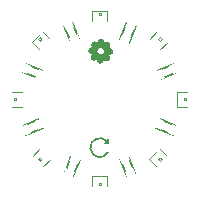
<source format=gto>
G04 #@! TF.FileFunction,Legend,Top*
%FSLAX46Y46*%
G04 Gerber Fmt 4.6, Leading zero omitted, Abs format (unit mm)*
G04 Created by KiCad (PCBNEW (2016-04-07 BZR 6673, Git 973786d)-product) date Fri 08 Apr 2016 06:49:24 PM CEST*
%MOMM*%
G01*
G04 APERTURE LIST*
%ADD10C,0.150000*%
%ADD11C,0.200000*%
%ADD12C,0.100000*%
%ADD13C,0.002540*%
%ADD14C,2.000000*%
%ADD15C,0.850000*%
%ADD16R,1.500000X1.200000*%
%ADD17R,1.200000X1.500000*%
G04 APERTURE END LIST*
D10*
D11*
X75700000Y-65700000D02*
X75700000Y-65400000D01*
X75700000Y-65700000D02*
X75400000Y-65700000D01*
X75615291Y-65579023D02*
G75*
G03X75700000Y-66500000I-615291J-520977D01*
G01*
X72668279Y-55479641D02*
X73251489Y-56887633D01*
X73251489Y-56887633D02*
X72547492Y-57179238D01*
X72547492Y-57179238D02*
X71964283Y-55771246D01*
X71964283Y-55771246D02*
X72668279Y-55479641D01*
X68776986Y-59030425D02*
X70184978Y-59613634D01*
X70184978Y-59613634D02*
X69893374Y-60317630D01*
X69893374Y-60317630D02*
X68485381Y-59734421D01*
X68485381Y-59734421D02*
X68776986Y-59030425D01*
X68469641Y-64301721D02*
X69877633Y-63718511D01*
X69877633Y-63718511D02*
X70169238Y-64422508D01*
X70169238Y-64422508D02*
X68761246Y-65005717D01*
X68761246Y-65005717D02*
X68469641Y-64301721D01*
X72010425Y-68253014D02*
X72593634Y-66845022D01*
X72593634Y-66845022D02*
X73297630Y-67136626D01*
X73297630Y-67136626D02*
X72714421Y-68544619D01*
X72714421Y-68544619D02*
X72010425Y-68253014D01*
X77281721Y-68510359D02*
X76698511Y-67102367D01*
X76698511Y-67102367D02*
X77402508Y-66810762D01*
X77402508Y-66810762D02*
X77985717Y-68218754D01*
X77985717Y-68218754D02*
X77281721Y-68510359D01*
X81183014Y-64999575D02*
X79775022Y-64416366D01*
X79775022Y-64416366D02*
X80066626Y-63712370D01*
X80066626Y-63712370D02*
X81474619Y-64295579D01*
X81474619Y-64295579D02*
X81183014Y-64999575D01*
X78019575Y-55796986D02*
X77436366Y-57204978D01*
X77436366Y-57204978D02*
X76732370Y-56913374D01*
X76732370Y-56913374D02*
X77315579Y-55505381D01*
X77315579Y-55505381D02*
X78019575Y-55796986D01*
X81570359Y-59728279D02*
X80162367Y-60311489D01*
X80162367Y-60311489D02*
X79870762Y-59607492D01*
X79870762Y-59607492D02*
X81278754Y-59024283D01*
X81278754Y-59024283D02*
X81570359Y-59728279D01*
D12*
X79154505Y-67038388D02*
X79861612Y-67745495D01*
X80038388Y-66154505D02*
X80745495Y-66861612D01*
X80745495Y-66861612D02*
X81099049Y-67215165D01*
X80215165Y-68099049D02*
X79861612Y-67745495D01*
X79684835Y-65800951D02*
X80038388Y-66154505D01*
X78800951Y-66684835D02*
X79154505Y-67038388D01*
X80038388Y-66154505D02*
X79154505Y-67038388D01*
X79861612Y-67745495D02*
X80745495Y-66861612D01*
X81099049Y-67215165D02*
X80904594Y-67409619D01*
X80409619Y-67904594D02*
X80215165Y-68099049D01*
X78800951Y-66684835D02*
X78995406Y-66490381D01*
X79684835Y-65800951D02*
X79490381Y-65995406D01*
X80090757Y-66950665D02*
X79950665Y-67090757D01*
X79950665Y-67090757D02*
X80090757Y-67230849D01*
X80230849Y-67090757D02*
X80090757Y-67230849D01*
X80090757Y-66950665D02*
X80230849Y-67090757D01*
X80901907Y-67409789D02*
G75*
G03X80409789Y-67901907I-246059J-246059D01*
G01*
X78998093Y-66490211D02*
G75*
G03X79490211Y-65998093I246059J246059D01*
G01*
X74375000Y-68500000D02*
X74375000Y-69500000D01*
X75625000Y-68500000D02*
X75625000Y-69500000D01*
X75625000Y-69500000D02*
X75625000Y-70000000D01*
X74375000Y-70000000D02*
X74375000Y-69500000D01*
X75625000Y-68000000D02*
X75625000Y-68500000D01*
X74375000Y-68000000D02*
X74375000Y-68500000D01*
X75625000Y-68500000D02*
X74375000Y-68500000D01*
X74375000Y-69500000D02*
X75625000Y-69500000D01*
X75625000Y-70000000D02*
X75350000Y-70000000D01*
X74650000Y-70000000D02*
X74375000Y-70000000D01*
X74375000Y-68000000D02*
X74650000Y-68000000D01*
X75625000Y-68000000D02*
X75350000Y-68000000D01*
X75099060Y-69100000D02*
X74900940Y-69100000D01*
X74900940Y-69100000D02*
X74900940Y-69298120D01*
X75099060Y-69298120D02*
X74900940Y-69298120D01*
X75099060Y-69100000D02*
X75099060Y-69298120D01*
X75347980Y-69998220D02*
G75*
G03X74652020Y-69998220I-347980J0D01*
G01*
X74652020Y-68001780D02*
G75*
G03X75347980Y-68001780I347980J0D01*
G01*
X69961612Y-66154505D02*
X69254505Y-66861612D01*
X70845495Y-67038388D02*
X70138388Y-67745495D01*
X70138388Y-67745495D02*
X69784835Y-68099049D01*
X68900951Y-67215165D02*
X69254505Y-66861612D01*
X71199049Y-66684835D02*
X70845495Y-67038388D01*
X70315165Y-65800951D02*
X69961612Y-66154505D01*
X70845495Y-67038388D02*
X69961612Y-66154505D01*
X69254505Y-66861612D02*
X70138388Y-67745495D01*
X69784835Y-68099049D02*
X69590381Y-67904594D01*
X69095406Y-67409619D02*
X68900951Y-67215165D01*
X70315165Y-65800951D02*
X70509619Y-65995406D01*
X71199049Y-66684835D02*
X71004594Y-66490381D01*
X70049335Y-67090757D02*
X69909243Y-66950665D01*
X69909243Y-66950665D02*
X69769151Y-67090757D01*
X69909243Y-67230849D02*
X69769151Y-67090757D01*
X70049335Y-67090757D02*
X69909243Y-67230849D01*
X69590211Y-67901907D02*
G75*
G03X69098093Y-67409789I-246059J246059D01*
G01*
X70509789Y-65998093D02*
G75*
G03X71001907Y-66490211I246059J-246059D01*
G01*
X68500000Y-61375000D02*
X67500000Y-61375000D01*
X68500000Y-62625000D02*
X67500000Y-62625000D01*
X67500000Y-62625000D02*
X67000000Y-62625000D01*
X67000000Y-61375000D02*
X67500000Y-61375000D01*
X69000000Y-62625000D02*
X68500000Y-62625000D01*
X69000000Y-61375000D02*
X68500000Y-61375000D01*
X68500000Y-62625000D02*
X68500000Y-61375000D01*
X67500000Y-61375000D02*
X67500000Y-62625000D01*
X67000000Y-62625000D02*
X67000000Y-62350000D01*
X67000000Y-61650000D02*
X67000000Y-61375000D01*
X69000000Y-61375000D02*
X69000000Y-61650000D01*
X69000000Y-62625000D02*
X69000000Y-62350000D01*
X67900000Y-62099060D02*
X67900000Y-61900940D01*
X67900000Y-61900940D02*
X67701880Y-61900940D01*
X67701880Y-62099060D02*
X67701880Y-61900940D01*
X67900000Y-62099060D02*
X67701880Y-62099060D01*
X67001780Y-62347980D02*
G75*
G03X67001780Y-61652020I0J347980D01*
G01*
X68998220Y-61652020D02*
G75*
G03X68998220Y-62347980I0J-347980D01*
G01*
X70845495Y-56961612D02*
X70138388Y-56254505D01*
X69961612Y-57845495D02*
X69254505Y-57138388D01*
X69254505Y-57138388D02*
X68900951Y-56784835D01*
X69784835Y-55900951D02*
X70138388Y-56254505D01*
X70315165Y-58199049D02*
X69961612Y-57845495D01*
X71199049Y-57315165D02*
X70845495Y-56961612D01*
X69961612Y-57845495D02*
X70845495Y-56961612D01*
X70138388Y-56254505D02*
X69254505Y-57138388D01*
X68900951Y-56784835D02*
X69095406Y-56590381D01*
X69590381Y-56095406D02*
X69784835Y-55900951D01*
X71199049Y-57315165D02*
X71004594Y-57509619D01*
X70315165Y-58199049D02*
X70509619Y-58004594D01*
X69909243Y-57049335D02*
X70049335Y-56909243D01*
X70049335Y-56909243D02*
X69909243Y-56769151D01*
X69769151Y-56909243D02*
X69909243Y-56769151D01*
X69909243Y-57049335D02*
X69769151Y-56909243D01*
X69098093Y-56590211D02*
G75*
G03X69590211Y-56098093I246059J246059D01*
G01*
X71001907Y-57509789D02*
G75*
G03X70509789Y-58001907I-246059J-246059D01*
G01*
X81500000Y-62625000D02*
X82500000Y-62625000D01*
X81500000Y-61375000D02*
X82500000Y-61375000D01*
X82500000Y-61375000D02*
X83000000Y-61375000D01*
X83000000Y-62625000D02*
X82500000Y-62625000D01*
X81000000Y-61375000D02*
X81500000Y-61375000D01*
X81000000Y-62625000D02*
X81500000Y-62625000D01*
X81500000Y-61375000D02*
X81500000Y-62625000D01*
X82500000Y-62625000D02*
X82500000Y-61375000D01*
X83000000Y-61375000D02*
X83000000Y-61650000D01*
X83000000Y-62350000D02*
X83000000Y-62625000D01*
X81000000Y-62625000D02*
X81000000Y-62350000D01*
X81000000Y-61375000D02*
X81000000Y-61650000D01*
X82100000Y-61900940D02*
X82100000Y-62099060D01*
X82100000Y-62099060D02*
X82298120Y-62099060D01*
X82298120Y-61900940D02*
X82298120Y-62099060D01*
X82100000Y-61900940D02*
X82298120Y-61900940D01*
X82998220Y-61652020D02*
G75*
G03X82998220Y-62347980I0J-347980D01*
G01*
X81001780Y-62347980D02*
G75*
G03X81001780Y-61652020I0J347980D01*
G01*
X80038388Y-57845495D02*
X80745495Y-57138388D01*
X79154505Y-56961612D02*
X79861612Y-56254505D01*
X79861612Y-56254505D02*
X80215165Y-55900951D01*
X81099049Y-56784835D02*
X80745495Y-57138388D01*
X78800951Y-57315165D02*
X79154505Y-56961612D01*
X79684835Y-58199049D02*
X80038388Y-57845495D01*
X79154505Y-56961612D02*
X80038388Y-57845495D01*
X80745495Y-57138388D02*
X79861612Y-56254505D01*
X80215165Y-55900951D02*
X80409619Y-56095406D01*
X80904594Y-56590381D02*
X81099049Y-56784835D01*
X79684835Y-58199049D02*
X79490381Y-58004594D01*
X78800951Y-57315165D02*
X78995406Y-57509619D01*
X79950665Y-56909243D02*
X80090757Y-57049335D01*
X80090757Y-57049335D02*
X80230849Y-56909243D01*
X80090757Y-56769151D02*
X80230849Y-56909243D01*
X79950665Y-56909243D02*
X80090757Y-56769151D01*
X80409789Y-56098093D02*
G75*
G03X80901907Y-56590211I246059J-246059D01*
G01*
X79490211Y-58001907D02*
G75*
G03X78998093Y-57509789I-246059J246059D01*
G01*
X75625000Y-55500000D02*
X75625000Y-54500000D01*
X74375000Y-55500000D02*
X74375000Y-54500000D01*
X74375000Y-54500000D02*
X74375000Y-54000000D01*
X75625000Y-54000000D02*
X75625000Y-54500000D01*
X74375000Y-56000000D02*
X74375000Y-55500000D01*
X75625000Y-56000000D02*
X75625000Y-55500000D01*
X74375000Y-55500000D02*
X75625000Y-55500000D01*
X75625000Y-54500000D02*
X74375000Y-54500000D01*
X74375000Y-54000000D02*
X74650000Y-54000000D01*
X75350000Y-54000000D02*
X75625000Y-54000000D01*
X75625000Y-56000000D02*
X75350000Y-56000000D01*
X74375000Y-56000000D02*
X74650000Y-56000000D01*
X74900940Y-54900000D02*
X75099060Y-54900000D01*
X75099060Y-54900000D02*
X75099060Y-54701880D01*
X74900940Y-54701880D02*
X75099060Y-54701880D01*
X74900940Y-54900000D02*
X74900940Y-54701880D01*
X74652020Y-54001780D02*
G75*
G03X75347980Y-54001780I347980J0D01*
G01*
X75347980Y-55998220D02*
G75*
G03X74652020Y-55998220I-347980J0D01*
G01*
D13*
G36*
X75755605Y-57224685D02*
X75773565Y-57242645D01*
X75787934Y-57264198D01*
X75800506Y-57287547D01*
X75807690Y-57312691D01*
X75813078Y-57339632D01*
X75816670Y-57357593D01*
X75816670Y-57386329D01*
X75813078Y-57418658D01*
X75807690Y-57449191D01*
X75798710Y-57483316D01*
X75787934Y-57519237D01*
X75773565Y-57555158D01*
X75757401Y-57592875D01*
X75735848Y-57628796D01*
X75732256Y-57635980D01*
X75728664Y-57643165D01*
X75725072Y-57650349D01*
X75723276Y-57655737D01*
X75723276Y-57655737D01*
X75723276Y-57655737D01*
X75730460Y-57659329D01*
X75741236Y-57662921D01*
X75752013Y-57666513D01*
X75764585Y-57671901D01*
X75778953Y-57675494D01*
X75791526Y-57680882D01*
X75802302Y-57684474D01*
X75811282Y-57689862D01*
X75811282Y-57689862D01*
X75845407Y-57706026D01*
X75875940Y-57725783D01*
X75902881Y-57745540D01*
X75929822Y-57768888D01*
X75951374Y-57790441D01*
X75971131Y-57813790D01*
X75989091Y-57838934D01*
X76003460Y-57864079D01*
X76014236Y-57889224D01*
X76019624Y-57916164D01*
X76021420Y-57925145D01*
X76023216Y-57952085D01*
X76019624Y-57977230D01*
X76016032Y-58002375D01*
X76007052Y-58025724D01*
X75992683Y-58050868D01*
X75976519Y-58070625D01*
X75956762Y-58093974D01*
X75933414Y-58113730D01*
X75906473Y-58133487D01*
X75884920Y-58147855D01*
X75859776Y-58162223D01*
X75827447Y-58176592D01*
X75795118Y-58190960D01*
X75766381Y-58201737D01*
X75245526Y-57680882D01*
X75232954Y-57668309D01*
X75220381Y-57659329D01*
X75213197Y-57652145D01*
X75184460Y-57634184D01*
X75153928Y-57618020D01*
X75121599Y-57607244D01*
X75091066Y-57598263D01*
X75056941Y-57592875D01*
X75026408Y-57591079D01*
X74992283Y-57592875D01*
X74958158Y-57598263D01*
X74927625Y-57607244D01*
X74895296Y-57618020D01*
X74871947Y-57630592D01*
X74843211Y-57648553D01*
X74816270Y-57668309D01*
X74794717Y-57689862D01*
X74774961Y-57713211D01*
X74757000Y-57741947D01*
X74740836Y-57768888D01*
X74728263Y-57799421D01*
X74719283Y-57829954D01*
X74713895Y-57860487D01*
X74710303Y-57892816D01*
X74710303Y-57925145D01*
X74713895Y-57957474D01*
X74721079Y-57989803D01*
X74731855Y-58022131D01*
X74737244Y-58034704D01*
X74751612Y-58059849D01*
X74765980Y-58084993D01*
X74785737Y-58108342D01*
X74801901Y-58128099D01*
X74823454Y-58146059D01*
X74846803Y-58165816D01*
X74870151Y-58178388D01*
X74895296Y-58192756D01*
X74924033Y-58203533D01*
X74927625Y-58203533D01*
X74959954Y-58214309D01*
X74992283Y-58217901D01*
X75026408Y-58219697D01*
X75060533Y-58217901D01*
X75091066Y-58212513D01*
X75125191Y-58203533D01*
X75155724Y-58190960D01*
X75184460Y-58176592D01*
X75213197Y-58158631D01*
X75231158Y-58144263D01*
X75236546Y-58138875D01*
X75240138Y-58135283D01*
X75241934Y-58133487D01*
X75243730Y-58131691D01*
X75243730Y-58131691D01*
X75247322Y-58128099D01*
X75252710Y-58122710D01*
X75258099Y-58117322D01*
X75259895Y-58115526D01*
X75281447Y-58086789D01*
X75297612Y-58059849D01*
X75311980Y-58031112D01*
X75322756Y-58005967D01*
X75331737Y-57971842D01*
X75337125Y-57937717D01*
X75338921Y-57903592D01*
X75337125Y-57873059D01*
X75331737Y-57838934D01*
X75322756Y-57804809D01*
X75310184Y-57774276D01*
X75294020Y-57743744D01*
X75277855Y-57716803D01*
X75267079Y-57706026D01*
X75258099Y-57693454D01*
X75245526Y-57680882D01*
X75766381Y-58201737D01*
X75760993Y-58203533D01*
X75725072Y-58214309D01*
X75719684Y-58216105D01*
X75710703Y-58217901D01*
X75703519Y-58221493D01*
X75698131Y-58223289D01*
X75694539Y-58223289D01*
X75694539Y-58223289D01*
X75696335Y-58225085D01*
X75698131Y-58230473D01*
X75699927Y-58235862D01*
X75703519Y-58243046D01*
X75721480Y-58282559D01*
X75735848Y-58322072D01*
X75748420Y-58359789D01*
X75757401Y-58401098D01*
X75762789Y-58438815D01*
X75762789Y-58467552D01*
X75760993Y-58501677D01*
X75755605Y-58532210D01*
X75748420Y-58560947D01*
X75737644Y-58586092D01*
X75728664Y-58605848D01*
X75721480Y-58616624D01*
X75712499Y-58629197D01*
X75701723Y-58639973D01*
X75690947Y-58650749D01*
X75681967Y-58659730D01*
X75676578Y-58661526D01*
X75655026Y-58675894D01*
X75629881Y-58686670D01*
X75602940Y-58692059D01*
X75574204Y-58695651D01*
X75543671Y-58697447D01*
X75513138Y-58695651D01*
X75480809Y-58688466D01*
X75446684Y-58679486D01*
X75410763Y-58668710D01*
X75389210Y-58661526D01*
X75374842Y-58654342D01*
X75356881Y-58647157D01*
X75338921Y-58636381D01*
X75320960Y-58629197D01*
X75304796Y-58620217D01*
X75290427Y-58613032D01*
X75272467Y-58602256D01*
X75263487Y-58629197D01*
X75249118Y-58672302D01*
X75231158Y-58711815D01*
X75209605Y-58747736D01*
X75186256Y-58781861D01*
X75177276Y-58794434D01*
X75168296Y-58803414D01*
X75159316Y-58815986D01*
X75144947Y-58826762D01*
X75134171Y-58837539D01*
X75123395Y-58848315D01*
X75110822Y-58857295D01*
X75107230Y-58860887D01*
X75080289Y-58877052D01*
X75053349Y-58889624D01*
X75028204Y-58896808D01*
X75001263Y-58902197D01*
X74976118Y-58902197D01*
X74950974Y-58902197D01*
X74925829Y-58895012D01*
X74900684Y-58884236D01*
X74877336Y-58871664D01*
X74864763Y-58862683D01*
X74848599Y-58850111D01*
X74834230Y-58835743D01*
X74818066Y-58815986D01*
X74801901Y-58796230D01*
X74787533Y-58774677D01*
X74780349Y-58763901D01*
X74767777Y-58740552D01*
X74757000Y-58715407D01*
X74744428Y-58688466D01*
X74733652Y-58659730D01*
X74724671Y-58632789D01*
X74713895Y-58604052D01*
X74712099Y-58598664D01*
X74710303Y-58589684D01*
X74710303Y-58582499D01*
X74708507Y-58577111D01*
X74706711Y-58575315D01*
X74706711Y-58575315D01*
X74703119Y-58575315D01*
X74699527Y-58578907D01*
X74694138Y-58580703D01*
X74688750Y-58582499D01*
X74670790Y-58593276D01*
X74651033Y-58602256D01*
X74627685Y-58611236D01*
X74606132Y-58618420D01*
X74570211Y-58629197D01*
X74534290Y-58636381D01*
X74501961Y-58639973D01*
X74469632Y-58643565D01*
X74437303Y-58643565D01*
X74406770Y-58638177D01*
X74379829Y-58632789D01*
X74352889Y-58623809D01*
X74329540Y-58611236D01*
X74306191Y-58598664D01*
X74288231Y-58580703D01*
X74281047Y-58573519D01*
X74264882Y-58553763D01*
X74252310Y-58530414D01*
X74243330Y-58507065D01*
X74237941Y-58480125D01*
X74234349Y-58451388D01*
X74234349Y-58422651D01*
X74236145Y-58392118D01*
X74241534Y-58357993D01*
X74250514Y-58323868D01*
X74261290Y-58287947D01*
X74277455Y-58250230D01*
X74295415Y-58214309D01*
X74313376Y-58181980D01*
X74325948Y-58155039D01*
X74299007Y-58146059D01*
X74257698Y-58129895D01*
X74219981Y-58113730D01*
X74185856Y-58093974D01*
X74155323Y-58074217D01*
X74126586Y-58049072D01*
X74099645Y-58022131D01*
X74097849Y-58020335D01*
X74078093Y-57996987D01*
X74060132Y-57971842D01*
X74045764Y-57946697D01*
X74034988Y-57921553D01*
X74029599Y-57894612D01*
X74026007Y-57869467D01*
X74026007Y-57865875D01*
X74027803Y-57838934D01*
X74031396Y-57813790D01*
X74042172Y-57788645D01*
X74054744Y-57765296D01*
X74070909Y-57741947D01*
X74088869Y-57720395D01*
X74112218Y-57700638D01*
X74137363Y-57679086D01*
X74146343Y-57673698D01*
X74171488Y-57659329D01*
X74198428Y-57643165D01*
X74228961Y-57630592D01*
X74261290Y-57616224D01*
X74297211Y-57605448D01*
X74327744Y-57596467D01*
X74334928Y-57592875D01*
X74343908Y-57591079D01*
X74351093Y-57587487D01*
X74354685Y-57587487D01*
X74354685Y-57587487D01*
X74354685Y-57583895D01*
X74351093Y-57580303D01*
X74349297Y-57574915D01*
X74347501Y-57569527D01*
X74329540Y-57537198D01*
X74316968Y-57503073D01*
X74306191Y-57467152D01*
X74297211Y-57433027D01*
X74291823Y-57398902D01*
X74286435Y-57364777D01*
X74286435Y-57332448D01*
X74288231Y-57319875D01*
X74290027Y-57289343D01*
X74297211Y-57260606D01*
X74306191Y-57233665D01*
X74318764Y-57210316D01*
X74331336Y-57190560D01*
X74347501Y-57170803D01*
X74365461Y-57152843D01*
X74388810Y-57140270D01*
X74412158Y-57127698D01*
X74437303Y-57120514D01*
X74446283Y-57118718D01*
X74473224Y-57113330D01*
X74503757Y-57115126D01*
X74536086Y-57115126D01*
X74568415Y-57122310D01*
X74602540Y-57131290D01*
X74640257Y-57143862D01*
X74676178Y-57158231D01*
X74715691Y-57176191D01*
X74744428Y-57190560D01*
X74776757Y-57208520D01*
X74785737Y-57181580D01*
X74798309Y-57143862D01*
X74812678Y-57111534D01*
X74830638Y-57079205D01*
X74848599Y-57050468D01*
X74866559Y-57021731D01*
X74888112Y-56996586D01*
X74909665Y-56975034D01*
X74934809Y-56957073D01*
X74958158Y-56940909D01*
X74981507Y-56928336D01*
X75006651Y-56917560D01*
X75031796Y-56910376D01*
X75056941Y-56906784D01*
X75082085Y-56906784D01*
X75105434Y-56912172D01*
X75130579Y-56919356D01*
X75153928Y-56928336D01*
X75179072Y-56942705D01*
X75200625Y-56960665D01*
X75222177Y-56982218D01*
X75241934Y-57005566D01*
X75259895Y-57034303D01*
X75279651Y-57064836D01*
X75295816Y-57098961D01*
X75310184Y-57134882D01*
X75324552Y-57174395D01*
X75333533Y-57204928D01*
X75337125Y-57215704D01*
X75338921Y-57224685D01*
X75340717Y-57230073D01*
X75342513Y-57235461D01*
X75342513Y-57235461D01*
X75346105Y-57235461D01*
X75349697Y-57231869D01*
X75355085Y-57230073D01*
X75371250Y-57221093D01*
X75389210Y-57213908D01*
X75408967Y-57204928D01*
X75432315Y-57195948D01*
X75453868Y-57188764D01*
X75473625Y-57183376D01*
X75484401Y-57179783D01*
X75520322Y-57172599D01*
X75556243Y-57169007D01*
X75588572Y-57169007D01*
X75620901Y-57169007D01*
X75651434Y-57174395D01*
X75651434Y-57174395D01*
X75671190Y-57179783D01*
X75685559Y-57183376D01*
X75703519Y-57190560D01*
X75712499Y-57195948D01*
X75735848Y-57208520D01*
X75755605Y-57224685D01*
X75755605Y-57224685D01*
X75755605Y-57224685D01*
G37*
X75755605Y-57224685D02*
X75773565Y-57242645D01*
X75787934Y-57264198D01*
X75800506Y-57287547D01*
X75807690Y-57312691D01*
X75813078Y-57339632D01*
X75816670Y-57357593D01*
X75816670Y-57386329D01*
X75813078Y-57418658D01*
X75807690Y-57449191D01*
X75798710Y-57483316D01*
X75787934Y-57519237D01*
X75773565Y-57555158D01*
X75757401Y-57592875D01*
X75735848Y-57628796D01*
X75732256Y-57635980D01*
X75728664Y-57643165D01*
X75725072Y-57650349D01*
X75723276Y-57655737D01*
X75723276Y-57655737D01*
X75723276Y-57655737D01*
X75730460Y-57659329D01*
X75741236Y-57662921D01*
X75752013Y-57666513D01*
X75764585Y-57671901D01*
X75778953Y-57675494D01*
X75791526Y-57680882D01*
X75802302Y-57684474D01*
X75811282Y-57689862D01*
X75811282Y-57689862D01*
X75845407Y-57706026D01*
X75875940Y-57725783D01*
X75902881Y-57745540D01*
X75929822Y-57768888D01*
X75951374Y-57790441D01*
X75971131Y-57813790D01*
X75989091Y-57838934D01*
X76003460Y-57864079D01*
X76014236Y-57889224D01*
X76019624Y-57916164D01*
X76021420Y-57925145D01*
X76023216Y-57952085D01*
X76019624Y-57977230D01*
X76016032Y-58002375D01*
X76007052Y-58025724D01*
X75992683Y-58050868D01*
X75976519Y-58070625D01*
X75956762Y-58093974D01*
X75933414Y-58113730D01*
X75906473Y-58133487D01*
X75884920Y-58147855D01*
X75859776Y-58162223D01*
X75827447Y-58176592D01*
X75795118Y-58190960D01*
X75766381Y-58201737D01*
X75245526Y-57680882D01*
X75232954Y-57668309D01*
X75220381Y-57659329D01*
X75213197Y-57652145D01*
X75184460Y-57634184D01*
X75153928Y-57618020D01*
X75121599Y-57607244D01*
X75091066Y-57598263D01*
X75056941Y-57592875D01*
X75026408Y-57591079D01*
X74992283Y-57592875D01*
X74958158Y-57598263D01*
X74927625Y-57607244D01*
X74895296Y-57618020D01*
X74871947Y-57630592D01*
X74843211Y-57648553D01*
X74816270Y-57668309D01*
X74794717Y-57689862D01*
X74774961Y-57713211D01*
X74757000Y-57741947D01*
X74740836Y-57768888D01*
X74728263Y-57799421D01*
X74719283Y-57829954D01*
X74713895Y-57860487D01*
X74710303Y-57892816D01*
X74710303Y-57925145D01*
X74713895Y-57957474D01*
X74721079Y-57989803D01*
X74731855Y-58022131D01*
X74737244Y-58034704D01*
X74751612Y-58059849D01*
X74765980Y-58084993D01*
X74785737Y-58108342D01*
X74801901Y-58128099D01*
X74823454Y-58146059D01*
X74846803Y-58165816D01*
X74870151Y-58178388D01*
X74895296Y-58192756D01*
X74924033Y-58203533D01*
X74927625Y-58203533D01*
X74959954Y-58214309D01*
X74992283Y-58217901D01*
X75026408Y-58219697D01*
X75060533Y-58217901D01*
X75091066Y-58212513D01*
X75125191Y-58203533D01*
X75155724Y-58190960D01*
X75184460Y-58176592D01*
X75213197Y-58158631D01*
X75231158Y-58144263D01*
X75236546Y-58138875D01*
X75240138Y-58135283D01*
X75241934Y-58133487D01*
X75243730Y-58131691D01*
X75243730Y-58131691D01*
X75247322Y-58128099D01*
X75252710Y-58122710D01*
X75258099Y-58117322D01*
X75259895Y-58115526D01*
X75281447Y-58086789D01*
X75297612Y-58059849D01*
X75311980Y-58031112D01*
X75322756Y-58005967D01*
X75331737Y-57971842D01*
X75337125Y-57937717D01*
X75338921Y-57903592D01*
X75337125Y-57873059D01*
X75331737Y-57838934D01*
X75322756Y-57804809D01*
X75310184Y-57774276D01*
X75294020Y-57743744D01*
X75277855Y-57716803D01*
X75267079Y-57706026D01*
X75258099Y-57693454D01*
X75245526Y-57680882D01*
X75766381Y-58201737D01*
X75760993Y-58203533D01*
X75725072Y-58214309D01*
X75719684Y-58216105D01*
X75710703Y-58217901D01*
X75703519Y-58221493D01*
X75698131Y-58223289D01*
X75694539Y-58223289D01*
X75694539Y-58223289D01*
X75696335Y-58225085D01*
X75698131Y-58230473D01*
X75699927Y-58235862D01*
X75703519Y-58243046D01*
X75721480Y-58282559D01*
X75735848Y-58322072D01*
X75748420Y-58359789D01*
X75757401Y-58401098D01*
X75762789Y-58438815D01*
X75762789Y-58467552D01*
X75760993Y-58501677D01*
X75755605Y-58532210D01*
X75748420Y-58560947D01*
X75737644Y-58586092D01*
X75728664Y-58605848D01*
X75721480Y-58616624D01*
X75712499Y-58629197D01*
X75701723Y-58639973D01*
X75690947Y-58650749D01*
X75681967Y-58659730D01*
X75676578Y-58661526D01*
X75655026Y-58675894D01*
X75629881Y-58686670D01*
X75602940Y-58692059D01*
X75574204Y-58695651D01*
X75543671Y-58697447D01*
X75513138Y-58695651D01*
X75480809Y-58688466D01*
X75446684Y-58679486D01*
X75410763Y-58668710D01*
X75389210Y-58661526D01*
X75374842Y-58654342D01*
X75356881Y-58647157D01*
X75338921Y-58636381D01*
X75320960Y-58629197D01*
X75304796Y-58620217D01*
X75290427Y-58613032D01*
X75272467Y-58602256D01*
X75263487Y-58629197D01*
X75249118Y-58672302D01*
X75231158Y-58711815D01*
X75209605Y-58747736D01*
X75186256Y-58781861D01*
X75177276Y-58794434D01*
X75168296Y-58803414D01*
X75159316Y-58815986D01*
X75144947Y-58826762D01*
X75134171Y-58837539D01*
X75123395Y-58848315D01*
X75110822Y-58857295D01*
X75107230Y-58860887D01*
X75080289Y-58877052D01*
X75053349Y-58889624D01*
X75028204Y-58896808D01*
X75001263Y-58902197D01*
X74976118Y-58902197D01*
X74950974Y-58902197D01*
X74925829Y-58895012D01*
X74900684Y-58884236D01*
X74877336Y-58871664D01*
X74864763Y-58862683D01*
X74848599Y-58850111D01*
X74834230Y-58835743D01*
X74818066Y-58815986D01*
X74801901Y-58796230D01*
X74787533Y-58774677D01*
X74780349Y-58763901D01*
X74767777Y-58740552D01*
X74757000Y-58715407D01*
X74744428Y-58688466D01*
X74733652Y-58659730D01*
X74724671Y-58632789D01*
X74713895Y-58604052D01*
X74712099Y-58598664D01*
X74710303Y-58589684D01*
X74710303Y-58582499D01*
X74708507Y-58577111D01*
X74706711Y-58575315D01*
X74706711Y-58575315D01*
X74703119Y-58575315D01*
X74699527Y-58578907D01*
X74694138Y-58580703D01*
X74688750Y-58582499D01*
X74670790Y-58593276D01*
X74651033Y-58602256D01*
X74627685Y-58611236D01*
X74606132Y-58618420D01*
X74570211Y-58629197D01*
X74534290Y-58636381D01*
X74501961Y-58639973D01*
X74469632Y-58643565D01*
X74437303Y-58643565D01*
X74406770Y-58638177D01*
X74379829Y-58632789D01*
X74352889Y-58623809D01*
X74329540Y-58611236D01*
X74306191Y-58598664D01*
X74288231Y-58580703D01*
X74281047Y-58573519D01*
X74264882Y-58553763D01*
X74252310Y-58530414D01*
X74243330Y-58507065D01*
X74237941Y-58480125D01*
X74234349Y-58451388D01*
X74234349Y-58422651D01*
X74236145Y-58392118D01*
X74241534Y-58357993D01*
X74250514Y-58323868D01*
X74261290Y-58287947D01*
X74277455Y-58250230D01*
X74295415Y-58214309D01*
X74313376Y-58181980D01*
X74325948Y-58155039D01*
X74299007Y-58146059D01*
X74257698Y-58129895D01*
X74219981Y-58113730D01*
X74185856Y-58093974D01*
X74155323Y-58074217D01*
X74126586Y-58049072D01*
X74099645Y-58022131D01*
X74097849Y-58020335D01*
X74078093Y-57996987D01*
X74060132Y-57971842D01*
X74045764Y-57946697D01*
X74034988Y-57921553D01*
X74029599Y-57894612D01*
X74026007Y-57869467D01*
X74026007Y-57865875D01*
X74027803Y-57838934D01*
X74031396Y-57813790D01*
X74042172Y-57788645D01*
X74054744Y-57765296D01*
X74070909Y-57741947D01*
X74088869Y-57720395D01*
X74112218Y-57700638D01*
X74137363Y-57679086D01*
X74146343Y-57673698D01*
X74171488Y-57659329D01*
X74198428Y-57643165D01*
X74228961Y-57630592D01*
X74261290Y-57616224D01*
X74297211Y-57605448D01*
X74327744Y-57596467D01*
X74334928Y-57592875D01*
X74343908Y-57591079D01*
X74351093Y-57587487D01*
X74354685Y-57587487D01*
X74354685Y-57587487D01*
X74354685Y-57583895D01*
X74351093Y-57580303D01*
X74349297Y-57574915D01*
X74347501Y-57569527D01*
X74329540Y-57537198D01*
X74316968Y-57503073D01*
X74306191Y-57467152D01*
X74297211Y-57433027D01*
X74291823Y-57398902D01*
X74286435Y-57364777D01*
X74286435Y-57332448D01*
X74288231Y-57319875D01*
X74290027Y-57289343D01*
X74297211Y-57260606D01*
X74306191Y-57233665D01*
X74318764Y-57210316D01*
X74331336Y-57190560D01*
X74347501Y-57170803D01*
X74365461Y-57152843D01*
X74388810Y-57140270D01*
X74412158Y-57127698D01*
X74437303Y-57120514D01*
X74446283Y-57118718D01*
X74473224Y-57113330D01*
X74503757Y-57115126D01*
X74536086Y-57115126D01*
X74568415Y-57122310D01*
X74602540Y-57131290D01*
X74640257Y-57143862D01*
X74676178Y-57158231D01*
X74715691Y-57176191D01*
X74744428Y-57190560D01*
X74776757Y-57208520D01*
X74785737Y-57181580D01*
X74798309Y-57143862D01*
X74812678Y-57111534D01*
X74830638Y-57079205D01*
X74848599Y-57050468D01*
X74866559Y-57021731D01*
X74888112Y-56996586D01*
X74909665Y-56975034D01*
X74934809Y-56957073D01*
X74958158Y-56940909D01*
X74981507Y-56928336D01*
X75006651Y-56917560D01*
X75031796Y-56910376D01*
X75056941Y-56906784D01*
X75082085Y-56906784D01*
X75105434Y-56912172D01*
X75130579Y-56919356D01*
X75153928Y-56928336D01*
X75179072Y-56942705D01*
X75200625Y-56960665D01*
X75222177Y-56982218D01*
X75241934Y-57005566D01*
X75259895Y-57034303D01*
X75279651Y-57064836D01*
X75295816Y-57098961D01*
X75310184Y-57134882D01*
X75324552Y-57174395D01*
X75333533Y-57204928D01*
X75337125Y-57215704D01*
X75338921Y-57224685D01*
X75340717Y-57230073D01*
X75342513Y-57235461D01*
X75342513Y-57235461D01*
X75346105Y-57235461D01*
X75349697Y-57231869D01*
X75355085Y-57230073D01*
X75371250Y-57221093D01*
X75389210Y-57213908D01*
X75408967Y-57204928D01*
X75432315Y-57195948D01*
X75453868Y-57188764D01*
X75473625Y-57183376D01*
X75484401Y-57179783D01*
X75520322Y-57172599D01*
X75556243Y-57169007D01*
X75588572Y-57169007D01*
X75620901Y-57169007D01*
X75651434Y-57174395D01*
X75651434Y-57174395D01*
X75671190Y-57179783D01*
X75685559Y-57183376D01*
X75703519Y-57190560D01*
X75712499Y-57195948D01*
X75735848Y-57208520D01*
X75755605Y-57224685D01*
X75755605Y-57224685D01*
%LPC*%
D14*
X77500000Y-64500000D03*
X77500000Y-59500000D03*
X72500000Y-59500000D03*
X72500000Y-64500000D03*
D15*
X73730000Y-62635000D03*
X73730000Y-61365000D03*
X75000000Y-62635000D03*
X75000000Y-61365000D03*
X76270000Y-62635000D03*
D10*
G36*
X76579997Y-60940614D02*
X76592374Y-60942450D01*
X76604511Y-60945490D01*
X76616292Y-60949705D01*
X76627603Y-60955055D01*
X76638335Y-60961488D01*
X76648385Y-60968941D01*
X76657656Y-60977344D01*
X76666059Y-60986615D01*
X76673512Y-60996665D01*
X76679945Y-61007397D01*
X76685295Y-61018708D01*
X76689510Y-61030489D01*
X76692550Y-61042626D01*
X76694386Y-61055003D01*
X76695000Y-61067500D01*
X76695000Y-61662500D01*
X76694386Y-61674997D01*
X76692550Y-61687374D01*
X76689510Y-61699511D01*
X76685295Y-61711292D01*
X76679945Y-61722603D01*
X76673512Y-61733335D01*
X76666059Y-61743385D01*
X76657656Y-61752656D01*
X76648385Y-61761059D01*
X76638335Y-61768512D01*
X76627603Y-61774945D01*
X76616292Y-61780295D01*
X76604511Y-61784510D01*
X76592374Y-61787550D01*
X76579997Y-61789386D01*
X76567500Y-61790000D01*
X75972500Y-61790000D01*
X75960003Y-61789386D01*
X75947626Y-61787550D01*
X75935489Y-61784510D01*
X75923708Y-61780295D01*
X75912397Y-61774945D01*
X75901665Y-61768512D01*
X75891615Y-61761059D01*
X75882344Y-61752656D01*
X75873941Y-61743385D01*
X75866488Y-61733335D01*
X75860055Y-61722603D01*
X75854705Y-61711292D01*
X75850490Y-61699511D01*
X75847450Y-61687374D01*
X75845614Y-61674997D01*
X75845000Y-61662500D01*
X75845000Y-61067500D01*
X75845614Y-61055003D01*
X75847450Y-61042626D01*
X75850490Y-61030489D01*
X75854705Y-61018708D01*
X75860055Y-61007397D01*
X75866488Y-60996665D01*
X75873941Y-60986615D01*
X75882344Y-60977344D01*
X75891615Y-60968941D01*
X75901665Y-60961488D01*
X75912397Y-60955055D01*
X75923708Y-60949705D01*
X75935489Y-60945490D01*
X75947626Y-60942450D01*
X75960003Y-60940614D01*
X75972500Y-60940000D01*
X76567500Y-60940000D01*
X76579997Y-60940614D01*
X76579997Y-60940614D01*
G37*
G36*
X72678813Y-57542734D02*
X72373600Y-56805885D01*
X73110449Y-56500672D01*
X73415662Y-57237521D01*
X72678813Y-57542734D01*
X72678813Y-57542734D01*
G37*
G36*
X72105323Y-56158208D02*
X71800110Y-55421359D01*
X72536959Y-55116146D01*
X72842172Y-55852995D01*
X72105323Y-56158208D01*
X72105323Y-56158208D01*
G37*
G36*
X70243261Y-60481803D02*
X69506412Y-60176590D01*
X69811625Y-59439741D01*
X70548474Y-59744954D01*
X70243261Y-60481803D01*
X70243261Y-60481803D01*
G37*
G36*
X68858735Y-59908314D02*
X68121886Y-59603101D01*
X68427099Y-58866252D01*
X69163948Y-59171465D01*
X68858735Y-59908314D01*
X68858735Y-59908314D01*
G37*
G36*
X70532734Y-64291187D02*
X69795885Y-64596400D01*
X69490672Y-63859551D01*
X70227521Y-63554338D01*
X70532734Y-64291187D01*
X70532734Y-64291187D01*
G37*
G36*
X69148208Y-64864677D02*
X68411359Y-65169890D01*
X68106146Y-64433041D01*
X68842995Y-64127828D01*
X69148208Y-64864677D01*
X69148208Y-64864677D01*
G37*
G36*
X73461803Y-66786739D02*
X73156590Y-67523588D01*
X72419741Y-67218375D01*
X72724954Y-66481526D01*
X73461803Y-66786739D01*
X73461803Y-66786739D01*
G37*
G36*
X72888314Y-68171265D02*
X72583101Y-68908114D01*
X71846252Y-68602901D01*
X72151465Y-67866052D01*
X72888314Y-68171265D01*
X72888314Y-68171265D01*
G37*
G36*
X77271187Y-66447266D02*
X77576400Y-67184115D01*
X76839551Y-67489328D01*
X76534338Y-66752479D01*
X77271187Y-66447266D01*
X77271187Y-66447266D01*
G37*
G36*
X77844677Y-67831792D02*
X78149890Y-68568641D01*
X77413041Y-68873854D01*
X77107828Y-68137005D01*
X77844677Y-67831792D01*
X77844677Y-67831792D01*
G37*
G36*
X79716739Y-63548197D02*
X80453588Y-63853410D01*
X80148375Y-64590259D01*
X79411526Y-64285046D01*
X79716739Y-63548197D01*
X79716739Y-63548197D01*
G37*
G36*
X81101265Y-64121686D02*
X81838114Y-64426899D01*
X81532901Y-65163748D01*
X80796052Y-64858535D01*
X81101265Y-64121686D01*
X81101265Y-64121686D01*
G37*
G36*
X76568197Y-57263261D02*
X76873410Y-56526412D01*
X77610259Y-56831625D01*
X77305046Y-57568474D01*
X76568197Y-57263261D01*
X76568197Y-57263261D01*
G37*
G36*
X77141686Y-55878735D02*
X77446899Y-55141886D01*
X78183748Y-55447099D01*
X77878535Y-56183948D01*
X77141686Y-55878735D01*
X77141686Y-55878735D01*
G37*
G36*
X79507266Y-59738813D02*
X80244115Y-59433600D01*
X80549328Y-60170449D01*
X79812479Y-60475662D01*
X79507266Y-59738813D01*
X79507266Y-59738813D01*
G37*
G36*
X80891792Y-59165323D02*
X81628641Y-58860110D01*
X81933854Y-59596959D01*
X81197005Y-59902172D01*
X80891792Y-59165323D01*
X80891792Y-59165323D01*
G37*
G36*
X78253637Y-66314297D02*
X79314297Y-65253637D01*
X80162825Y-66102165D01*
X79102165Y-67162825D01*
X78253637Y-66314297D01*
X78253637Y-66314297D01*
G37*
G36*
X79737175Y-67797835D02*
X80797835Y-66737175D01*
X81646363Y-67585703D01*
X80585703Y-68646363D01*
X79737175Y-67797835D01*
X79737175Y-67797835D01*
G37*
D16*
X75000000Y-67950980D03*
X75000000Y-70049020D03*
D10*
G36*
X70685703Y-65253637D02*
X71746363Y-66314297D01*
X70897835Y-67162825D01*
X69837175Y-66102165D01*
X70685703Y-65253637D01*
X70685703Y-65253637D01*
G37*
G36*
X69202165Y-66737175D02*
X70262825Y-67797835D01*
X69414297Y-68646363D01*
X68353637Y-67585703D01*
X69202165Y-66737175D01*
X69202165Y-66737175D01*
G37*
D17*
X69049020Y-62000000D03*
X66950980Y-62000000D03*
D10*
G36*
X71746363Y-57685703D02*
X70685703Y-58746363D01*
X69837175Y-57897835D01*
X70897835Y-56837175D01*
X71746363Y-57685703D01*
X71746363Y-57685703D01*
G37*
G36*
X70262825Y-56202165D02*
X69202165Y-57262825D01*
X68353637Y-56414297D01*
X69414297Y-55353637D01*
X70262825Y-56202165D01*
X70262825Y-56202165D01*
G37*
D17*
X80950980Y-62000000D03*
X83049020Y-62000000D03*
D10*
G36*
X79314297Y-58746363D02*
X78253637Y-57685703D01*
X79102165Y-56837175D01*
X80162825Y-57897835D01*
X79314297Y-58746363D01*
X79314297Y-58746363D01*
G37*
G36*
X80797835Y-57262825D02*
X79737175Y-56202165D01*
X80585703Y-55353637D01*
X81646363Y-56414297D01*
X80797835Y-57262825D01*
X80797835Y-57262825D01*
G37*
D16*
X75000000Y-56049020D03*
X75000000Y-53950980D03*
M02*

</source>
